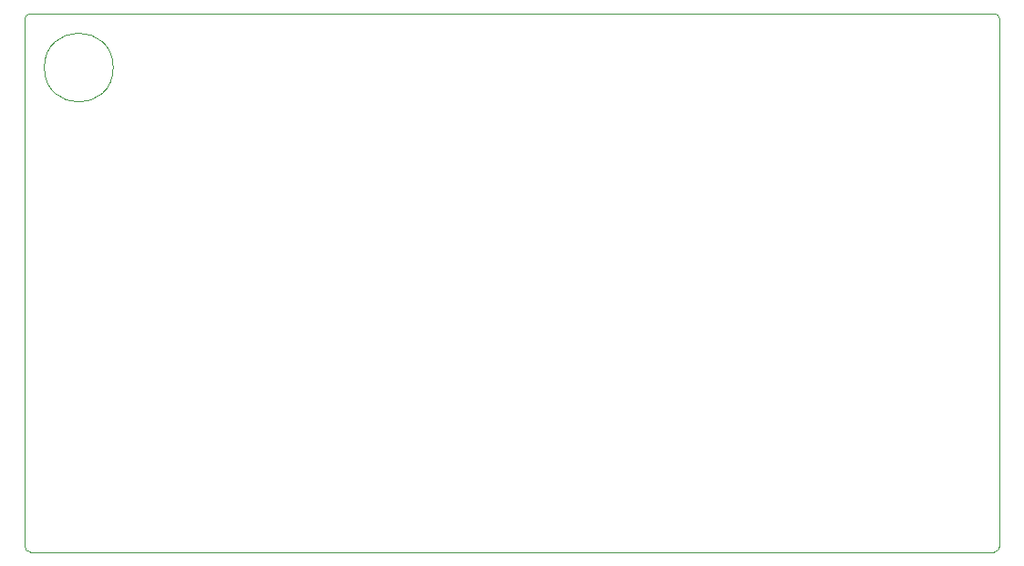
<source format=gbr>
%TF.GenerationSoftware,KiCad,Pcbnew,(5.99.0-10155-gdd944794ea)*%
%TF.CreationDate,2021-04-17T22:56:49+01:00*%
%TF.ProjectId,minor-cap,6d696e6f-722d-4636-9170-2e6b69636164,rev?*%
%TF.SameCoordinates,Original*%
%TF.FileFunction,Profile,NP*%
%FSLAX46Y46*%
G04 Gerber Fmt 4.6, Leading zero omitted, Abs format (unit mm)*
G04 Created by KiCad (PCBNEW (5.99.0-10155-gdd944794ea)) date 2021-04-17 22:56:49*
%MOMM*%
%LPD*%
G01*
G04 APERTURE LIST*
%TA.AperFunction,Profile*%
%ADD10C,0.100000*%
%TD*%
G04 APERTURE END LIST*
D10*
X103200000Y-135100000D02*
X103200000Y-86100000D01*
X193200000Y-135600000D02*
X103700000Y-135600000D01*
X193700000Y-86100000D02*
X193700000Y-135100000D01*
X103700000Y-85600000D02*
X193200000Y-85600000D01*
X103200000Y-86100000D02*
G75*
G02*
X103700000Y-85600000I500000J0D01*
G01*
X193200000Y-85600000D02*
G75*
G02*
X193700000Y-86100000I0J-500000D01*
G01*
X193700000Y-135100000D02*
G75*
G02*
X193200000Y-135600000I-500000J0D01*
G01*
X103700000Y-135600000D02*
G75*
G02*
X103200000Y-135100000I0J500000D01*
G01*
X111400000Y-90600000D02*
G75*
G03*
X111400000Y-90600000I-3200000J0D01*
G01*
M02*

</source>
